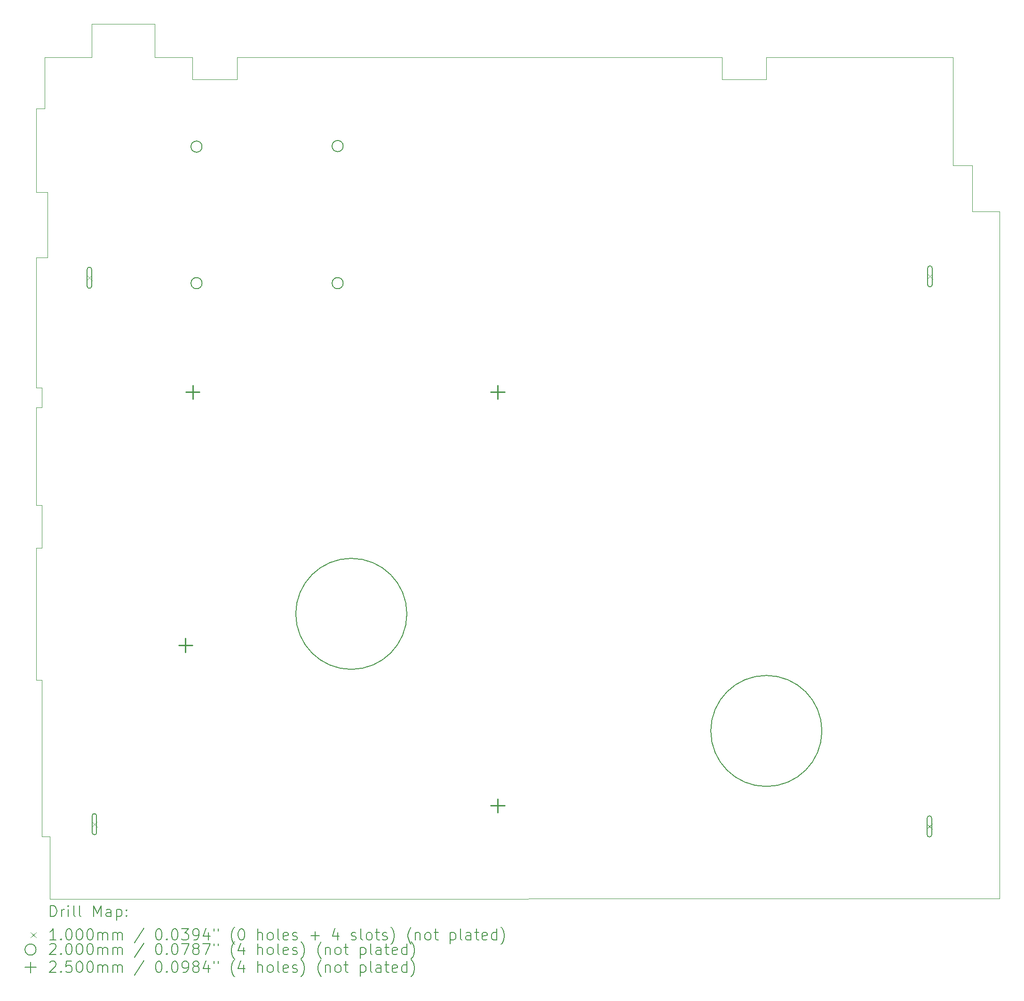
<source format=gbr>
%FSLAX45Y45*%
G04 Gerber Fmt 4.5, Leading zero omitted, Abs format (unit mm)*
G04 Created by KiCad (PCBNEW (6.0.1)) date 2022-04-19 11:59:11*
%MOMM*%
%LPD*%
G01*
G04 APERTURE LIST*
%TA.AperFunction,Profile*%
%ADD10C,0.150000*%
%TD*%
%TA.AperFunction,Profile*%
%ADD11C,0.100000*%
%TD*%
%ADD12C,0.200000*%
%ADD13C,0.100000*%
%ADD14C,0.250000*%
G04 APERTURE END LIST*
D10*
X19120000Y-15730000D02*
G75*
G03*
X19120000Y-15730000I-1000000J0D01*
G01*
X26590000Y-17840000D02*
G75*
G03*
X26590000Y-17840000I-1000000J0D01*
G01*
D11*
X29789000Y-8480000D02*
X29789000Y-20860000D01*
X12550000Y-16920000D02*
X12550000Y-19740000D01*
X12650000Y-8130000D02*
X12650000Y-9310000D01*
X13450000Y-5100000D02*
X14580000Y-5100000D01*
X14580000Y-5700000D02*
X15260000Y-5700000D01*
X12650000Y-9310000D02*
X12450000Y-9310000D01*
X12450000Y-11660000D02*
X12550000Y-11660000D01*
X24790000Y-5700000D02*
X24790000Y-6100000D01*
X25590000Y-6100000D02*
X25590000Y-5700000D01*
X16060000Y-5700000D02*
X24790000Y-5700000D01*
X12450000Y-14540000D02*
X12450000Y-16920000D01*
X15260000Y-5700000D02*
X15260000Y-6100000D01*
X12550000Y-13770000D02*
X12550000Y-14540000D01*
X12550000Y-14540000D02*
X12450000Y-14540000D01*
X29295000Y-7650000D02*
X29295000Y-8480000D01*
X29295000Y-8480000D02*
X29789000Y-8480000D01*
X12450000Y-6630000D02*
X12600000Y-6630000D01*
X12550000Y-19740000D02*
X12690000Y-19740000D01*
X12690000Y-20870000D02*
X29789000Y-20860000D01*
X15260000Y-6100000D02*
X16060000Y-6100000D01*
X12450000Y-13770000D02*
X12550000Y-13770000D01*
X12690000Y-19740000D02*
X12690000Y-20870000D01*
X13450000Y-5700000D02*
X13450000Y-5100000D01*
X12550000Y-12010000D02*
X12450000Y-12010000D01*
X12600000Y-5700000D02*
X13450000Y-5700000D01*
X28950000Y-7650000D02*
X29295000Y-7650000D01*
X12450000Y-12010000D02*
X12450000Y-13770000D01*
X12460000Y-8130000D02*
X12650000Y-8130000D01*
X12450000Y-9310000D02*
X12450000Y-11660000D01*
X12450000Y-6630000D02*
X12450000Y-8130000D01*
X12550000Y-11660000D02*
X12550000Y-12010000D01*
X16060000Y-6100000D02*
X16060000Y-5700000D01*
X12450000Y-16920000D02*
X12550000Y-16920000D01*
X28950000Y-5700000D02*
X28950000Y-7650000D01*
X24790000Y-6100000D02*
X25590000Y-6100000D01*
X12450000Y-8130000D02*
X12460000Y-8130000D01*
X14580000Y-5100000D02*
X14580000Y-5700000D01*
X25590000Y-5700000D02*
X28950000Y-5700000D01*
X12600000Y-6630000D02*
X12600000Y-5700000D01*
D12*
D13*
X13355000Y-9625000D02*
X13455000Y-9725000D01*
X13455000Y-9625000D02*
X13355000Y-9725000D01*
D12*
X13365000Y-9525000D02*
X13365000Y-9825000D01*
X13445000Y-9525000D02*
X13445000Y-9825000D01*
X13365000Y-9825000D02*
G75*
G03*
X13445000Y-9825000I40000J0D01*
G01*
X13445000Y-9525000D02*
G75*
G03*
X13365000Y-9525000I-40000J0D01*
G01*
D13*
X13445000Y-19470000D02*
X13545000Y-19570000D01*
X13545000Y-19470000D02*
X13445000Y-19570000D01*
D12*
X13455000Y-19370000D02*
X13455000Y-19670000D01*
X13535000Y-19370000D02*
X13535000Y-19670000D01*
X13455000Y-19670000D02*
G75*
G03*
X13535000Y-19670000I40000J0D01*
G01*
X13535000Y-19370000D02*
G75*
G03*
X13455000Y-19370000I-40000J0D01*
G01*
D13*
X28475000Y-19510000D02*
X28575000Y-19610000D01*
X28575000Y-19510000D02*
X28475000Y-19610000D01*
D12*
X28485000Y-19410000D02*
X28485000Y-19710000D01*
X28565000Y-19410000D02*
X28565000Y-19710000D01*
X28485000Y-19710000D02*
G75*
G03*
X28565000Y-19710000I40000J0D01*
G01*
X28565000Y-19410000D02*
G75*
G03*
X28485000Y-19410000I-40000J0D01*
G01*
D13*
X28485000Y-9600000D02*
X28585000Y-9700000D01*
X28585000Y-9600000D02*
X28485000Y-9700000D01*
D12*
X28495000Y-9500000D02*
X28495000Y-9800000D01*
X28575000Y-9500000D02*
X28575000Y-9800000D01*
X28495000Y-9800000D02*
G75*
G03*
X28575000Y-9800000I40000J0D01*
G01*
X28575000Y-9500000D02*
G75*
G03*
X28495000Y-9500000I-40000J0D01*
G01*
X15433200Y-7312900D02*
G75*
G03*
X15433200Y-7312900I-100000J0D01*
G01*
X15433200Y-9772900D02*
G75*
G03*
X15433200Y-9772900I-100000J0D01*
G01*
X17973200Y-7302900D02*
G75*
G03*
X17973200Y-7302900I-100000J0D01*
G01*
X17973200Y-9772900D02*
G75*
G03*
X17973200Y-9772900I-100000J0D01*
G01*
D14*
X15135000Y-16170500D02*
X15135000Y-16420500D01*
X15010000Y-16295500D02*
X15260000Y-16295500D01*
X15265000Y-11610500D02*
X15265000Y-11860500D01*
X15140000Y-11735500D02*
X15390000Y-11735500D01*
X20755000Y-11610500D02*
X20755000Y-11860500D01*
X20630000Y-11735500D02*
X20880000Y-11735500D01*
X20755000Y-19060500D02*
X20755000Y-19310500D01*
X20630000Y-19185500D02*
X20880000Y-19185500D01*
D12*
X12702619Y-21185476D02*
X12702619Y-20985476D01*
X12750238Y-20985476D01*
X12778809Y-20995000D01*
X12797857Y-21014048D01*
X12807381Y-21033095D01*
X12816905Y-21071190D01*
X12816905Y-21099762D01*
X12807381Y-21137857D01*
X12797857Y-21156905D01*
X12778809Y-21175952D01*
X12750238Y-21185476D01*
X12702619Y-21185476D01*
X12902619Y-21185476D02*
X12902619Y-21052143D01*
X12902619Y-21090238D02*
X12912143Y-21071190D01*
X12921667Y-21061667D01*
X12940714Y-21052143D01*
X12959762Y-21052143D01*
X13026428Y-21185476D02*
X13026428Y-21052143D01*
X13026428Y-20985476D02*
X13016905Y-20995000D01*
X13026428Y-21004524D01*
X13035952Y-20995000D01*
X13026428Y-20985476D01*
X13026428Y-21004524D01*
X13150238Y-21185476D02*
X13131190Y-21175952D01*
X13121667Y-21156905D01*
X13121667Y-20985476D01*
X13255000Y-21185476D02*
X13235952Y-21175952D01*
X13226428Y-21156905D01*
X13226428Y-20985476D01*
X13483571Y-21185476D02*
X13483571Y-20985476D01*
X13550238Y-21128333D01*
X13616905Y-20985476D01*
X13616905Y-21185476D01*
X13797857Y-21185476D02*
X13797857Y-21080714D01*
X13788333Y-21061667D01*
X13769286Y-21052143D01*
X13731190Y-21052143D01*
X13712143Y-21061667D01*
X13797857Y-21175952D02*
X13778809Y-21185476D01*
X13731190Y-21185476D01*
X13712143Y-21175952D01*
X13702619Y-21156905D01*
X13702619Y-21137857D01*
X13712143Y-21118810D01*
X13731190Y-21109286D01*
X13778809Y-21109286D01*
X13797857Y-21099762D01*
X13893095Y-21052143D02*
X13893095Y-21252143D01*
X13893095Y-21061667D02*
X13912143Y-21052143D01*
X13950238Y-21052143D01*
X13969286Y-21061667D01*
X13978809Y-21071190D01*
X13988333Y-21090238D01*
X13988333Y-21147381D01*
X13978809Y-21166429D01*
X13969286Y-21175952D01*
X13950238Y-21185476D01*
X13912143Y-21185476D01*
X13893095Y-21175952D01*
X14074048Y-21166429D02*
X14083571Y-21175952D01*
X14074048Y-21185476D01*
X14064524Y-21175952D01*
X14074048Y-21166429D01*
X14074048Y-21185476D01*
X14074048Y-21061667D02*
X14083571Y-21071190D01*
X14074048Y-21080714D01*
X14064524Y-21071190D01*
X14074048Y-21061667D01*
X14074048Y-21080714D01*
D13*
X12345000Y-21465000D02*
X12445000Y-21565000D01*
X12445000Y-21465000D02*
X12345000Y-21565000D01*
D12*
X12807381Y-21605476D02*
X12693095Y-21605476D01*
X12750238Y-21605476D02*
X12750238Y-21405476D01*
X12731190Y-21434048D01*
X12712143Y-21453095D01*
X12693095Y-21462619D01*
X12893095Y-21586429D02*
X12902619Y-21595952D01*
X12893095Y-21605476D01*
X12883571Y-21595952D01*
X12893095Y-21586429D01*
X12893095Y-21605476D01*
X13026428Y-21405476D02*
X13045476Y-21405476D01*
X13064524Y-21415000D01*
X13074048Y-21424524D01*
X13083571Y-21443571D01*
X13093095Y-21481667D01*
X13093095Y-21529286D01*
X13083571Y-21567381D01*
X13074048Y-21586429D01*
X13064524Y-21595952D01*
X13045476Y-21605476D01*
X13026428Y-21605476D01*
X13007381Y-21595952D01*
X12997857Y-21586429D01*
X12988333Y-21567381D01*
X12978809Y-21529286D01*
X12978809Y-21481667D01*
X12988333Y-21443571D01*
X12997857Y-21424524D01*
X13007381Y-21415000D01*
X13026428Y-21405476D01*
X13216905Y-21405476D02*
X13235952Y-21405476D01*
X13255000Y-21415000D01*
X13264524Y-21424524D01*
X13274048Y-21443571D01*
X13283571Y-21481667D01*
X13283571Y-21529286D01*
X13274048Y-21567381D01*
X13264524Y-21586429D01*
X13255000Y-21595952D01*
X13235952Y-21605476D01*
X13216905Y-21605476D01*
X13197857Y-21595952D01*
X13188333Y-21586429D01*
X13178809Y-21567381D01*
X13169286Y-21529286D01*
X13169286Y-21481667D01*
X13178809Y-21443571D01*
X13188333Y-21424524D01*
X13197857Y-21415000D01*
X13216905Y-21405476D01*
X13407381Y-21405476D02*
X13426428Y-21405476D01*
X13445476Y-21415000D01*
X13455000Y-21424524D01*
X13464524Y-21443571D01*
X13474048Y-21481667D01*
X13474048Y-21529286D01*
X13464524Y-21567381D01*
X13455000Y-21586429D01*
X13445476Y-21595952D01*
X13426428Y-21605476D01*
X13407381Y-21605476D01*
X13388333Y-21595952D01*
X13378809Y-21586429D01*
X13369286Y-21567381D01*
X13359762Y-21529286D01*
X13359762Y-21481667D01*
X13369286Y-21443571D01*
X13378809Y-21424524D01*
X13388333Y-21415000D01*
X13407381Y-21405476D01*
X13559762Y-21605476D02*
X13559762Y-21472143D01*
X13559762Y-21491190D02*
X13569286Y-21481667D01*
X13588333Y-21472143D01*
X13616905Y-21472143D01*
X13635952Y-21481667D01*
X13645476Y-21500714D01*
X13645476Y-21605476D01*
X13645476Y-21500714D02*
X13655000Y-21481667D01*
X13674048Y-21472143D01*
X13702619Y-21472143D01*
X13721667Y-21481667D01*
X13731190Y-21500714D01*
X13731190Y-21605476D01*
X13826428Y-21605476D02*
X13826428Y-21472143D01*
X13826428Y-21491190D02*
X13835952Y-21481667D01*
X13855000Y-21472143D01*
X13883571Y-21472143D01*
X13902619Y-21481667D01*
X13912143Y-21500714D01*
X13912143Y-21605476D01*
X13912143Y-21500714D02*
X13921667Y-21481667D01*
X13940714Y-21472143D01*
X13969286Y-21472143D01*
X13988333Y-21481667D01*
X13997857Y-21500714D01*
X13997857Y-21605476D01*
X14388333Y-21395952D02*
X14216905Y-21653095D01*
X14645476Y-21405476D02*
X14664524Y-21405476D01*
X14683571Y-21415000D01*
X14693095Y-21424524D01*
X14702619Y-21443571D01*
X14712143Y-21481667D01*
X14712143Y-21529286D01*
X14702619Y-21567381D01*
X14693095Y-21586429D01*
X14683571Y-21595952D01*
X14664524Y-21605476D01*
X14645476Y-21605476D01*
X14626428Y-21595952D01*
X14616905Y-21586429D01*
X14607381Y-21567381D01*
X14597857Y-21529286D01*
X14597857Y-21481667D01*
X14607381Y-21443571D01*
X14616905Y-21424524D01*
X14626428Y-21415000D01*
X14645476Y-21405476D01*
X14797857Y-21586429D02*
X14807381Y-21595952D01*
X14797857Y-21605476D01*
X14788333Y-21595952D01*
X14797857Y-21586429D01*
X14797857Y-21605476D01*
X14931190Y-21405476D02*
X14950238Y-21405476D01*
X14969286Y-21415000D01*
X14978809Y-21424524D01*
X14988333Y-21443571D01*
X14997857Y-21481667D01*
X14997857Y-21529286D01*
X14988333Y-21567381D01*
X14978809Y-21586429D01*
X14969286Y-21595952D01*
X14950238Y-21605476D01*
X14931190Y-21605476D01*
X14912143Y-21595952D01*
X14902619Y-21586429D01*
X14893095Y-21567381D01*
X14883571Y-21529286D01*
X14883571Y-21481667D01*
X14893095Y-21443571D01*
X14902619Y-21424524D01*
X14912143Y-21415000D01*
X14931190Y-21405476D01*
X15064524Y-21405476D02*
X15188333Y-21405476D01*
X15121667Y-21481667D01*
X15150238Y-21481667D01*
X15169286Y-21491190D01*
X15178809Y-21500714D01*
X15188333Y-21519762D01*
X15188333Y-21567381D01*
X15178809Y-21586429D01*
X15169286Y-21595952D01*
X15150238Y-21605476D01*
X15093095Y-21605476D01*
X15074048Y-21595952D01*
X15064524Y-21586429D01*
X15283571Y-21605476D02*
X15321667Y-21605476D01*
X15340714Y-21595952D01*
X15350238Y-21586429D01*
X15369286Y-21557857D01*
X15378809Y-21519762D01*
X15378809Y-21443571D01*
X15369286Y-21424524D01*
X15359762Y-21415000D01*
X15340714Y-21405476D01*
X15302619Y-21405476D01*
X15283571Y-21415000D01*
X15274048Y-21424524D01*
X15264524Y-21443571D01*
X15264524Y-21491190D01*
X15274048Y-21510238D01*
X15283571Y-21519762D01*
X15302619Y-21529286D01*
X15340714Y-21529286D01*
X15359762Y-21519762D01*
X15369286Y-21510238D01*
X15378809Y-21491190D01*
X15550238Y-21472143D02*
X15550238Y-21605476D01*
X15502619Y-21395952D02*
X15455000Y-21538810D01*
X15578809Y-21538810D01*
X15645476Y-21405476D02*
X15645476Y-21443571D01*
X15721667Y-21405476D02*
X15721667Y-21443571D01*
X16016905Y-21681667D02*
X16007381Y-21672143D01*
X15988333Y-21643571D01*
X15978809Y-21624524D01*
X15969286Y-21595952D01*
X15959762Y-21548333D01*
X15959762Y-21510238D01*
X15969286Y-21462619D01*
X15978809Y-21434048D01*
X15988333Y-21415000D01*
X16007381Y-21386429D01*
X16016905Y-21376905D01*
X16131190Y-21405476D02*
X16150238Y-21405476D01*
X16169286Y-21415000D01*
X16178809Y-21424524D01*
X16188333Y-21443571D01*
X16197857Y-21481667D01*
X16197857Y-21529286D01*
X16188333Y-21567381D01*
X16178809Y-21586429D01*
X16169286Y-21595952D01*
X16150238Y-21605476D01*
X16131190Y-21605476D01*
X16112143Y-21595952D01*
X16102619Y-21586429D01*
X16093095Y-21567381D01*
X16083571Y-21529286D01*
X16083571Y-21481667D01*
X16093095Y-21443571D01*
X16102619Y-21424524D01*
X16112143Y-21415000D01*
X16131190Y-21405476D01*
X16435952Y-21605476D02*
X16435952Y-21405476D01*
X16521667Y-21605476D02*
X16521667Y-21500714D01*
X16512143Y-21481667D01*
X16493095Y-21472143D01*
X16464524Y-21472143D01*
X16445476Y-21481667D01*
X16435952Y-21491190D01*
X16645476Y-21605476D02*
X16626428Y-21595952D01*
X16616905Y-21586429D01*
X16607381Y-21567381D01*
X16607381Y-21510238D01*
X16616905Y-21491190D01*
X16626428Y-21481667D01*
X16645476Y-21472143D01*
X16674048Y-21472143D01*
X16693095Y-21481667D01*
X16702619Y-21491190D01*
X16712143Y-21510238D01*
X16712143Y-21567381D01*
X16702619Y-21586429D01*
X16693095Y-21595952D01*
X16674048Y-21605476D01*
X16645476Y-21605476D01*
X16826429Y-21605476D02*
X16807381Y-21595952D01*
X16797857Y-21576905D01*
X16797857Y-21405476D01*
X16978810Y-21595952D02*
X16959762Y-21605476D01*
X16921667Y-21605476D01*
X16902619Y-21595952D01*
X16893095Y-21576905D01*
X16893095Y-21500714D01*
X16902619Y-21481667D01*
X16921667Y-21472143D01*
X16959762Y-21472143D01*
X16978810Y-21481667D01*
X16988333Y-21500714D01*
X16988333Y-21519762D01*
X16893095Y-21538810D01*
X17064524Y-21595952D02*
X17083571Y-21605476D01*
X17121667Y-21605476D01*
X17140714Y-21595952D01*
X17150238Y-21576905D01*
X17150238Y-21567381D01*
X17140714Y-21548333D01*
X17121667Y-21538810D01*
X17093095Y-21538810D01*
X17074048Y-21529286D01*
X17064524Y-21510238D01*
X17064524Y-21500714D01*
X17074048Y-21481667D01*
X17093095Y-21472143D01*
X17121667Y-21472143D01*
X17140714Y-21481667D01*
X17388333Y-21529286D02*
X17540714Y-21529286D01*
X17464524Y-21605476D02*
X17464524Y-21453095D01*
X17874048Y-21472143D02*
X17874048Y-21605476D01*
X17826429Y-21395952D02*
X17778810Y-21538810D01*
X17902619Y-21538810D01*
X18121667Y-21595952D02*
X18140714Y-21605476D01*
X18178810Y-21605476D01*
X18197857Y-21595952D01*
X18207381Y-21576905D01*
X18207381Y-21567381D01*
X18197857Y-21548333D01*
X18178810Y-21538810D01*
X18150238Y-21538810D01*
X18131190Y-21529286D01*
X18121667Y-21510238D01*
X18121667Y-21500714D01*
X18131190Y-21481667D01*
X18150238Y-21472143D01*
X18178810Y-21472143D01*
X18197857Y-21481667D01*
X18321667Y-21605476D02*
X18302619Y-21595952D01*
X18293095Y-21576905D01*
X18293095Y-21405476D01*
X18426429Y-21605476D02*
X18407381Y-21595952D01*
X18397857Y-21586429D01*
X18388333Y-21567381D01*
X18388333Y-21510238D01*
X18397857Y-21491190D01*
X18407381Y-21481667D01*
X18426429Y-21472143D01*
X18455000Y-21472143D01*
X18474048Y-21481667D01*
X18483571Y-21491190D01*
X18493095Y-21510238D01*
X18493095Y-21567381D01*
X18483571Y-21586429D01*
X18474048Y-21595952D01*
X18455000Y-21605476D01*
X18426429Y-21605476D01*
X18550238Y-21472143D02*
X18626429Y-21472143D01*
X18578810Y-21405476D02*
X18578810Y-21576905D01*
X18588333Y-21595952D01*
X18607381Y-21605476D01*
X18626429Y-21605476D01*
X18683571Y-21595952D02*
X18702619Y-21605476D01*
X18740714Y-21605476D01*
X18759762Y-21595952D01*
X18769286Y-21576905D01*
X18769286Y-21567381D01*
X18759762Y-21548333D01*
X18740714Y-21538810D01*
X18712143Y-21538810D01*
X18693095Y-21529286D01*
X18683571Y-21510238D01*
X18683571Y-21500714D01*
X18693095Y-21481667D01*
X18712143Y-21472143D01*
X18740714Y-21472143D01*
X18759762Y-21481667D01*
X18835952Y-21681667D02*
X18845476Y-21672143D01*
X18864524Y-21643571D01*
X18874048Y-21624524D01*
X18883571Y-21595952D01*
X18893095Y-21548333D01*
X18893095Y-21510238D01*
X18883571Y-21462619D01*
X18874048Y-21434048D01*
X18864524Y-21415000D01*
X18845476Y-21386429D01*
X18835952Y-21376905D01*
X19197857Y-21681667D02*
X19188333Y-21672143D01*
X19169286Y-21643571D01*
X19159762Y-21624524D01*
X19150238Y-21595952D01*
X19140714Y-21548333D01*
X19140714Y-21510238D01*
X19150238Y-21462619D01*
X19159762Y-21434048D01*
X19169286Y-21415000D01*
X19188333Y-21386429D01*
X19197857Y-21376905D01*
X19274048Y-21472143D02*
X19274048Y-21605476D01*
X19274048Y-21491190D02*
X19283571Y-21481667D01*
X19302619Y-21472143D01*
X19331190Y-21472143D01*
X19350238Y-21481667D01*
X19359762Y-21500714D01*
X19359762Y-21605476D01*
X19483571Y-21605476D02*
X19464524Y-21595952D01*
X19455000Y-21586429D01*
X19445476Y-21567381D01*
X19445476Y-21510238D01*
X19455000Y-21491190D01*
X19464524Y-21481667D01*
X19483571Y-21472143D01*
X19512143Y-21472143D01*
X19531190Y-21481667D01*
X19540714Y-21491190D01*
X19550238Y-21510238D01*
X19550238Y-21567381D01*
X19540714Y-21586429D01*
X19531190Y-21595952D01*
X19512143Y-21605476D01*
X19483571Y-21605476D01*
X19607381Y-21472143D02*
X19683571Y-21472143D01*
X19635952Y-21405476D02*
X19635952Y-21576905D01*
X19645476Y-21595952D01*
X19664524Y-21605476D01*
X19683571Y-21605476D01*
X19902619Y-21472143D02*
X19902619Y-21672143D01*
X19902619Y-21481667D02*
X19921667Y-21472143D01*
X19959762Y-21472143D01*
X19978810Y-21481667D01*
X19988333Y-21491190D01*
X19997857Y-21510238D01*
X19997857Y-21567381D01*
X19988333Y-21586429D01*
X19978810Y-21595952D01*
X19959762Y-21605476D01*
X19921667Y-21605476D01*
X19902619Y-21595952D01*
X20112143Y-21605476D02*
X20093095Y-21595952D01*
X20083571Y-21576905D01*
X20083571Y-21405476D01*
X20274048Y-21605476D02*
X20274048Y-21500714D01*
X20264524Y-21481667D01*
X20245476Y-21472143D01*
X20207381Y-21472143D01*
X20188333Y-21481667D01*
X20274048Y-21595952D02*
X20255000Y-21605476D01*
X20207381Y-21605476D01*
X20188333Y-21595952D01*
X20178810Y-21576905D01*
X20178810Y-21557857D01*
X20188333Y-21538810D01*
X20207381Y-21529286D01*
X20255000Y-21529286D01*
X20274048Y-21519762D01*
X20340714Y-21472143D02*
X20416905Y-21472143D01*
X20369286Y-21405476D02*
X20369286Y-21576905D01*
X20378810Y-21595952D01*
X20397857Y-21605476D01*
X20416905Y-21605476D01*
X20559762Y-21595952D02*
X20540714Y-21605476D01*
X20502619Y-21605476D01*
X20483571Y-21595952D01*
X20474048Y-21576905D01*
X20474048Y-21500714D01*
X20483571Y-21481667D01*
X20502619Y-21472143D01*
X20540714Y-21472143D01*
X20559762Y-21481667D01*
X20569286Y-21500714D01*
X20569286Y-21519762D01*
X20474048Y-21538810D01*
X20740714Y-21605476D02*
X20740714Y-21405476D01*
X20740714Y-21595952D02*
X20721667Y-21605476D01*
X20683571Y-21605476D01*
X20664524Y-21595952D01*
X20655000Y-21586429D01*
X20645476Y-21567381D01*
X20645476Y-21510238D01*
X20655000Y-21491190D01*
X20664524Y-21481667D01*
X20683571Y-21472143D01*
X20721667Y-21472143D01*
X20740714Y-21481667D01*
X20816905Y-21681667D02*
X20826429Y-21672143D01*
X20845476Y-21643571D01*
X20855000Y-21624524D01*
X20864524Y-21595952D01*
X20874048Y-21548333D01*
X20874048Y-21510238D01*
X20864524Y-21462619D01*
X20855000Y-21434048D01*
X20845476Y-21415000D01*
X20826429Y-21386429D01*
X20816905Y-21376905D01*
X12445000Y-21779000D02*
G75*
G03*
X12445000Y-21779000I-100000J0D01*
G01*
X12693095Y-21688524D02*
X12702619Y-21679000D01*
X12721667Y-21669476D01*
X12769286Y-21669476D01*
X12788333Y-21679000D01*
X12797857Y-21688524D01*
X12807381Y-21707571D01*
X12807381Y-21726619D01*
X12797857Y-21755190D01*
X12683571Y-21869476D01*
X12807381Y-21869476D01*
X12893095Y-21850429D02*
X12902619Y-21859952D01*
X12893095Y-21869476D01*
X12883571Y-21859952D01*
X12893095Y-21850429D01*
X12893095Y-21869476D01*
X13026428Y-21669476D02*
X13045476Y-21669476D01*
X13064524Y-21679000D01*
X13074048Y-21688524D01*
X13083571Y-21707571D01*
X13093095Y-21745667D01*
X13093095Y-21793286D01*
X13083571Y-21831381D01*
X13074048Y-21850429D01*
X13064524Y-21859952D01*
X13045476Y-21869476D01*
X13026428Y-21869476D01*
X13007381Y-21859952D01*
X12997857Y-21850429D01*
X12988333Y-21831381D01*
X12978809Y-21793286D01*
X12978809Y-21745667D01*
X12988333Y-21707571D01*
X12997857Y-21688524D01*
X13007381Y-21679000D01*
X13026428Y-21669476D01*
X13216905Y-21669476D02*
X13235952Y-21669476D01*
X13255000Y-21679000D01*
X13264524Y-21688524D01*
X13274048Y-21707571D01*
X13283571Y-21745667D01*
X13283571Y-21793286D01*
X13274048Y-21831381D01*
X13264524Y-21850429D01*
X13255000Y-21859952D01*
X13235952Y-21869476D01*
X13216905Y-21869476D01*
X13197857Y-21859952D01*
X13188333Y-21850429D01*
X13178809Y-21831381D01*
X13169286Y-21793286D01*
X13169286Y-21745667D01*
X13178809Y-21707571D01*
X13188333Y-21688524D01*
X13197857Y-21679000D01*
X13216905Y-21669476D01*
X13407381Y-21669476D02*
X13426428Y-21669476D01*
X13445476Y-21679000D01*
X13455000Y-21688524D01*
X13464524Y-21707571D01*
X13474048Y-21745667D01*
X13474048Y-21793286D01*
X13464524Y-21831381D01*
X13455000Y-21850429D01*
X13445476Y-21859952D01*
X13426428Y-21869476D01*
X13407381Y-21869476D01*
X13388333Y-21859952D01*
X13378809Y-21850429D01*
X13369286Y-21831381D01*
X13359762Y-21793286D01*
X13359762Y-21745667D01*
X13369286Y-21707571D01*
X13378809Y-21688524D01*
X13388333Y-21679000D01*
X13407381Y-21669476D01*
X13559762Y-21869476D02*
X13559762Y-21736143D01*
X13559762Y-21755190D02*
X13569286Y-21745667D01*
X13588333Y-21736143D01*
X13616905Y-21736143D01*
X13635952Y-21745667D01*
X13645476Y-21764714D01*
X13645476Y-21869476D01*
X13645476Y-21764714D02*
X13655000Y-21745667D01*
X13674048Y-21736143D01*
X13702619Y-21736143D01*
X13721667Y-21745667D01*
X13731190Y-21764714D01*
X13731190Y-21869476D01*
X13826428Y-21869476D02*
X13826428Y-21736143D01*
X13826428Y-21755190D02*
X13835952Y-21745667D01*
X13855000Y-21736143D01*
X13883571Y-21736143D01*
X13902619Y-21745667D01*
X13912143Y-21764714D01*
X13912143Y-21869476D01*
X13912143Y-21764714D02*
X13921667Y-21745667D01*
X13940714Y-21736143D01*
X13969286Y-21736143D01*
X13988333Y-21745667D01*
X13997857Y-21764714D01*
X13997857Y-21869476D01*
X14388333Y-21659952D02*
X14216905Y-21917095D01*
X14645476Y-21669476D02*
X14664524Y-21669476D01*
X14683571Y-21679000D01*
X14693095Y-21688524D01*
X14702619Y-21707571D01*
X14712143Y-21745667D01*
X14712143Y-21793286D01*
X14702619Y-21831381D01*
X14693095Y-21850429D01*
X14683571Y-21859952D01*
X14664524Y-21869476D01*
X14645476Y-21869476D01*
X14626428Y-21859952D01*
X14616905Y-21850429D01*
X14607381Y-21831381D01*
X14597857Y-21793286D01*
X14597857Y-21745667D01*
X14607381Y-21707571D01*
X14616905Y-21688524D01*
X14626428Y-21679000D01*
X14645476Y-21669476D01*
X14797857Y-21850429D02*
X14807381Y-21859952D01*
X14797857Y-21869476D01*
X14788333Y-21859952D01*
X14797857Y-21850429D01*
X14797857Y-21869476D01*
X14931190Y-21669476D02*
X14950238Y-21669476D01*
X14969286Y-21679000D01*
X14978809Y-21688524D01*
X14988333Y-21707571D01*
X14997857Y-21745667D01*
X14997857Y-21793286D01*
X14988333Y-21831381D01*
X14978809Y-21850429D01*
X14969286Y-21859952D01*
X14950238Y-21869476D01*
X14931190Y-21869476D01*
X14912143Y-21859952D01*
X14902619Y-21850429D01*
X14893095Y-21831381D01*
X14883571Y-21793286D01*
X14883571Y-21745667D01*
X14893095Y-21707571D01*
X14902619Y-21688524D01*
X14912143Y-21679000D01*
X14931190Y-21669476D01*
X15064524Y-21669476D02*
X15197857Y-21669476D01*
X15112143Y-21869476D01*
X15302619Y-21755190D02*
X15283571Y-21745667D01*
X15274048Y-21736143D01*
X15264524Y-21717095D01*
X15264524Y-21707571D01*
X15274048Y-21688524D01*
X15283571Y-21679000D01*
X15302619Y-21669476D01*
X15340714Y-21669476D01*
X15359762Y-21679000D01*
X15369286Y-21688524D01*
X15378809Y-21707571D01*
X15378809Y-21717095D01*
X15369286Y-21736143D01*
X15359762Y-21745667D01*
X15340714Y-21755190D01*
X15302619Y-21755190D01*
X15283571Y-21764714D01*
X15274048Y-21774238D01*
X15264524Y-21793286D01*
X15264524Y-21831381D01*
X15274048Y-21850429D01*
X15283571Y-21859952D01*
X15302619Y-21869476D01*
X15340714Y-21869476D01*
X15359762Y-21859952D01*
X15369286Y-21850429D01*
X15378809Y-21831381D01*
X15378809Y-21793286D01*
X15369286Y-21774238D01*
X15359762Y-21764714D01*
X15340714Y-21755190D01*
X15445476Y-21669476D02*
X15578809Y-21669476D01*
X15493095Y-21869476D01*
X15645476Y-21669476D02*
X15645476Y-21707571D01*
X15721667Y-21669476D02*
X15721667Y-21707571D01*
X16016905Y-21945667D02*
X16007381Y-21936143D01*
X15988333Y-21907571D01*
X15978809Y-21888524D01*
X15969286Y-21859952D01*
X15959762Y-21812333D01*
X15959762Y-21774238D01*
X15969286Y-21726619D01*
X15978809Y-21698048D01*
X15988333Y-21679000D01*
X16007381Y-21650429D01*
X16016905Y-21640905D01*
X16178809Y-21736143D02*
X16178809Y-21869476D01*
X16131190Y-21659952D02*
X16083571Y-21802810D01*
X16207381Y-21802810D01*
X16435952Y-21869476D02*
X16435952Y-21669476D01*
X16521667Y-21869476D02*
X16521667Y-21764714D01*
X16512143Y-21745667D01*
X16493095Y-21736143D01*
X16464524Y-21736143D01*
X16445476Y-21745667D01*
X16435952Y-21755190D01*
X16645476Y-21869476D02*
X16626428Y-21859952D01*
X16616905Y-21850429D01*
X16607381Y-21831381D01*
X16607381Y-21774238D01*
X16616905Y-21755190D01*
X16626428Y-21745667D01*
X16645476Y-21736143D01*
X16674048Y-21736143D01*
X16693095Y-21745667D01*
X16702619Y-21755190D01*
X16712143Y-21774238D01*
X16712143Y-21831381D01*
X16702619Y-21850429D01*
X16693095Y-21859952D01*
X16674048Y-21869476D01*
X16645476Y-21869476D01*
X16826429Y-21869476D02*
X16807381Y-21859952D01*
X16797857Y-21840905D01*
X16797857Y-21669476D01*
X16978810Y-21859952D02*
X16959762Y-21869476D01*
X16921667Y-21869476D01*
X16902619Y-21859952D01*
X16893095Y-21840905D01*
X16893095Y-21764714D01*
X16902619Y-21745667D01*
X16921667Y-21736143D01*
X16959762Y-21736143D01*
X16978810Y-21745667D01*
X16988333Y-21764714D01*
X16988333Y-21783762D01*
X16893095Y-21802810D01*
X17064524Y-21859952D02*
X17083571Y-21869476D01*
X17121667Y-21869476D01*
X17140714Y-21859952D01*
X17150238Y-21840905D01*
X17150238Y-21831381D01*
X17140714Y-21812333D01*
X17121667Y-21802810D01*
X17093095Y-21802810D01*
X17074048Y-21793286D01*
X17064524Y-21774238D01*
X17064524Y-21764714D01*
X17074048Y-21745667D01*
X17093095Y-21736143D01*
X17121667Y-21736143D01*
X17140714Y-21745667D01*
X17216905Y-21945667D02*
X17226429Y-21936143D01*
X17245476Y-21907571D01*
X17255000Y-21888524D01*
X17264524Y-21859952D01*
X17274048Y-21812333D01*
X17274048Y-21774238D01*
X17264524Y-21726619D01*
X17255000Y-21698048D01*
X17245476Y-21679000D01*
X17226429Y-21650429D01*
X17216905Y-21640905D01*
X17578810Y-21945667D02*
X17569286Y-21936143D01*
X17550238Y-21907571D01*
X17540714Y-21888524D01*
X17531190Y-21859952D01*
X17521667Y-21812333D01*
X17521667Y-21774238D01*
X17531190Y-21726619D01*
X17540714Y-21698048D01*
X17550238Y-21679000D01*
X17569286Y-21650429D01*
X17578810Y-21640905D01*
X17655000Y-21736143D02*
X17655000Y-21869476D01*
X17655000Y-21755190D02*
X17664524Y-21745667D01*
X17683571Y-21736143D01*
X17712143Y-21736143D01*
X17731190Y-21745667D01*
X17740714Y-21764714D01*
X17740714Y-21869476D01*
X17864524Y-21869476D02*
X17845476Y-21859952D01*
X17835952Y-21850429D01*
X17826429Y-21831381D01*
X17826429Y-21774238D01*
X17835952Y-21755190D01*
X17845476Y-21745667D01*
X17864524Y-21736143D01*
X17893095Y-21736143D01*
X17912143Y-21745667D01*
X17921667Y-21755190D01*
X17931190Y-21774238D01*
X17931190Y-21831381D01*
X17921667Y-21850429D01*
X17912143Y-21859952D01*
X17893095Y-21869476D01*
X17864524Y-21869476D01*
X17988333Y-21736143D02*
X18064524Y-21736143D01*
X18016905Y-21669476D02*
X18016905Y-21840905D01*
X18026429Y-21859952D01*
X18045476Y-21869476D01*
X18064524Y-21869476D01*
X18283571Y-21736143D02*
X18283571Y-21936143D01*
X18283571Y-21745667D02*
X18302619Y-21736143D01*
X18340714Y-21736143D01*
X18359762Y-21745667D01*
X18369286Y-21755190D01*
X18378810Y-21774238D01*
X18378810Y-21831381D01*
X18369286Y-21850429D01*
X18359762Y-21859952D01*
X18340714Y-21869476D01*
X18302619Y-21869476D01*
X18283571Y-21859952D01*
X18493095Y-21869476D02*
X18474048Y-21859952D01*
X18464524Y-21840905D01*
X18464524Y-21669476D01*
X18655000Y-21869476D02*
X18655000Y-21764714D01*
X18645476Y-21745667D01*
X18626429Y-21736143D01*
X18588333Y-21736143D01*
X18569286Y-21745667D01*
X18655000Y-21859952D02*
X18635952Y-21869476D01*
X18588333Y-21869476D01*
X18569286Y-21859952D01*
X18559762Y-21840905D01*
X18559762Y-21821857D01*
X18569286Y-21802810D01*
X18588333Y-21793286D01*
X18635952Y-21793286D01*
X18655000Y-21783762D01*
X18721667Y-21736143D02*
X18797857Y-21736143D01*
X18750238Y-21669476D02*
X18750238Y-21840905D01*
X18759762Y-21859952D01*
X18778810Y-21869476D01*
X18797857Y-21869476D01*
X18940714Y-21859952D02*
X18921667Y-21869476D01*
X18883571Y-21869476D01*
X18864524Y-21859952D01*
X18855000Y-21840905D01*
X18855000Y-21764714D01*
X18864524Y-21745667D01*
X18883571Y-21736143D01*
X18921667Y-21736143D01*
X18940714Y-21745667D01*
X18950238Y-21764714D01*
X18950238Y-21783762D01*
X18855000Y-21802810D01*
X19121667Y-21869476D02*
X19121667Y-21669476D01*
X19121667Y-21859952D02*
X19102619Y-21869476D01*
X19064524Y-21869476D01*
X19045476Y-21859952D01*
X19035952Y-21850429D01*
X19026429Y-21831381D01*
X19026429Y-21774238D01*
X19035952Y-21755190D01*
X19045476Y-21745667D01*
X19064524Y-21736143D01*
X19102619Y-21736143D01*
X19121667Y-21745667D01*
X19197857Y-21945667D02*
X19207381Y-21936143D01*
X19226429Y-21907571D01*
X19235952Y-21888524D01*
X19245476Y-21859952D01*
X19255000Y-21812333D01*
X19255000Y-21774238D01*
X19245476Y-21726619D01*
X19235952Y-21698048D01*
X19226429Y-21679000D01*
X19207381Y-21650429D01*
X19197857Y-21640905D01*
X12345000Y-21999000D02*
X12345000Y-22199000D01*
X12245000Y-22099000D02*
X12445000Y-22099000D01*
X12693095Y-22008524D02*
X12702619Y-21999000D01*
X12721667Y-21989476D01*
X12769286Y-21989476D01*
X12788333Y-21999000D01*
X12797857Y-22008524D01*
X12807381Y-22027571D01*
X12807381Y-22046619D01*
X12797857Y-22075190D01*
X12683571Y-22189476D01*
X12807381Y-22189476D01*
X12893095Y-22170429D02*
X12902619Y-22179952D01*
X12893095Y-22189476D01*
X12883571Y-22179952D01*
X12893095Y-22170429D01*
X12893095Y-22189476D01*
X13083571Y-21989476D02*
X12988333Y-21989476D01*
X12978809Y-22084714D01*
X12988333Y-22075190D01*
X13007381Y-22065667D01*
X13055000Y-22065667D01*
X13074048Y-22075190D01*
X13083571Y-22084714D01*
X13093095Y-22103762D01*
X13093095Y-22151381D01*
X13083571Y-22170429D01*
X13074048Y-22179952D01*
X13055000Y-22189476D01*
X13007381Y-22189476D01*
X12988333Y-22179952D01*
X12978809Y-22170429D01*
X13216905Y-21989476D02*
X13235952Y-21989476D01*
X13255000Y-21999000D01*
X13264524Y-22008524D01*
X13274048Y-22027571D01*
X13283571Y-22065667D01*
X13283571Y-22113286D01*
X13274048Y-22151381D01*
X13264524Y-22170429D01*
X13255000Y-22179952D01*
X13235952Y-22189476D01*
X13216905Y-22189476D01*
X13197857Y-22179952D01*
X13188333Y-22170429D01*
X13178809Y-22151381D01*
X13169286Y-22113286D01*
X13169286Y-22065667D01*
X13178809Y-22027571D01*
X13188333Y-22008524D01*
X13197857Y-21999000D01*
X13216905Y-21989476D01*
X13407381Y-21989476D02*
X13426428Y-21989476D01*
X13445476Y-21999000D01*
X13455000Y-22008524D01*
X13464524Y-22027571D01*
X13474048Y-22065667D01*
X13474048Y-22113286D01*
X13464524Y-22151381D01*
X13455000Y-22170429D01*
X13445476Y-22179952D01*
X13426428Y-22189476D01*
X13407381Y-22189476D01*
X13388333Y-22179952D01*
X13378809Y-22170429D01*
X13369286Y-22151381D01*
X13359762Y-22113286D01*
X13359762Y-22065667D01*
X13369286Y-22027571D01*
X13378809Y-22008524D01*
X13388333Y-21999000D01*
X13407381Y-21989476D01*
X13559762Y-22189476D02*
X13559762Y-22056143D01*
X13559762Y-22075190D02*
X13569286Y-22065667D01*
X13588333Y-22056143D01*
X13616905Y-22056143D01*
X13635952Y-22065667D01*
X13645476Y-22084714D01*
X13645476Y-22189476D01*
X13645476Y-22084714D02*
X13655000Y-22065667D01*
X13674048Y-22056143D01*
X13702619Y-22056143D01*
X13721667Y-22065667D01*
X13731190Y-22084714D01*
X13731190Y-22189476D01*
X13826428Y-22189476D02*
X13826428Y-22056143D01*
X13826428Y-22075190D02*
X13835952Y-22065667D01*
X13855000Y-22056143D01*
X13883571Y-22056143D01*
X13902619Y-22065667D01*
X13912143Y-22084714D01*
X13912143Y-22189476D01*
X13912143Y-22084714D02*
X13921667Y-22065667D01*
X13940714Y-22056143D01*
X13969286Y-22056143D01*
X13988333Y-22065667D01*
X13997857Y-22084714D01*
X13997857Y-22189476D01*
X14388333Y-21979952D02*
X14216905Y-22237095D01*
X14645476Y-21989476D02*
X14664524Y-21989476D01*
X14683571Y-21999000D01*
X14693095Y-22008524D01*
X14702619Y-22027571D01*
X14712143Y-22065667D01*
X14712143Y-22113286D01*
X14702619Y-22151381D01*
X14693095Y-22170429D01*
X14683571Y-22179952D01*
X14664524Y-22189476D01*
X14645476Y-22189476D01*
X14626428Y-22179952D01*
X14616905Y-22170429D01*
X14607381Y-22151381D01*
X14597857Y-22113286D01*
X14597857Y-22065667D01*
X14607381Y-22027571D01*
X14616905Y-22008524D01*
X14626428Y-21999000D01*
X14645476Y-21989476D01*
X14797857Y-22170429D02*
X14807381Y-22179952D01*
X14797857Y-22189476D01*
X14788333Y-22179952D01*
X14797857Y-22170429D01*
X14797857Y-22189476D01*
X14931190Y-21989476D02*
X14950238Y-21989476D01*
X14969286Y-21999000D01*
X14978809Y-22008524D01*
X14988333Y-22027571D01*
X14997857Y-22065667D01*
X14997857Y-22113286D01*
X14988333Y-22151381D01*
X14978809Y-22170429D01*
X14969286Y-22179952D01*
X14950238Y-22189476D01*
X14931190Y-22189476D01*
X14912143Y-22179952D01*
X14902619Y-22170429D01*
X14893095Y-22151381D01*
X14883571Y-22113286D01*
X14883571Y-22065667D01*
X14893095Y-22027571D01*
X14902619Y-22008524D01*
X14912143Y-21999000D01*
X14931190Y-21989476D01*
X15093095Y-22189476D02*
X15131190Y-22189476D01*
X15150238Y-22179952D01*
X15159762Y-22170429D01*
X15178809Y-22141857D01*
X15188333Y-22103762D01*
X15188333Y-22027571D01*
X15178809Y-22008524D01*
X15169286Y-21999000D01*
X15150238Y-21989476D01*
X15112143Y-21989476D01*
X15093095Y-21999000D01*
X15083571Y-22008524D01*
X15074048Y-22027571D01*
X15074048Y-22075190D01*
X15083571Y-22094238D01*
X15093095Y-22103762D01*
X15112143Y-22113286D01*
X15150238Y-22113286D01*
X15169286Y-22103762D01*
X15178809Y-22094238D01*
X15188333Y-22075190D01*
X15302619Y-22075190D02*
X15283571Y-22065667D01*
X15274048Y-22056143D01*
X15264524Y-22037095D01*
X15264524Y-22027571D01*
X15274048Y-22008524D01*
X15283571Y-21999000D01*
X15302619Y-21989476D01*
X15340714Y-21989476D01*
X15359762Y-21999000D01*
X15369286Y-22008524D01*
X15378809Y-22027571D01*
X15378809Y-22037095D01*
X15369286Y-22056143D01*
X15359762Y-22065667D01*
X15340714Y-22075190D01*
X15302619Y-22075190D01*
X15283571Y-22084714D01*
X15274048Y-22094238D01*
X15264524Y-22113286D01*
X15264524Y-22151381D01*
X15274048Y-22170429D01*
X15283571Y-22179952D01*
X15302619Y-22189476D01*
X15340714Y-22189476D01*
X15359762Y-22179952D01*
X15369286Y-22170429D01*
X15378809Y-22151381D01*
X15378809Y-22113286D01*
X15369286Y-22094238D01*
X15359762Y-22084714D01*
X15340714Y-22075190D01*
X15550238Y-22056143D02*
X15550238Y-22189476D01*
X15502619Y-21979952D02*
X15455000Y-22122810D01*
X15578809Y-22122810D01*
X15645476Y-21989476D02*
X15645476Y-22027571D01*
X15721667Y-21989476D02*
X15721667Y-22027571D01*
X16016905Y-22265667D02*
X16007381Y-22256143D01*
X15988333Y-22227571D01*
X15978809Y-22208524D01*
X15969286Y-22179952D01*
X15959762Y-22132333D01*
X15959762Y-22094238D01*
X15969286Y-22046619D01*
X15978809Y-22018048D01*
X15988333Y-21999000D01*
X16007381Y-21970429D01*
X16016905Y-21960905D01*
X16178809Y-22056143D02*
X16178809Y-22189476D01*
X16131190Y-21979952D02*
X16083571Y-22122810D01*
X16207381Y-22122810D01*
X16435952Y-22189476D02*
X16435952Y-21989476D01*
X16521667Y-22189476D02*
X16521667Y-22084714D01*
X16512143Y-22065667D01*
X16493095Y-22056143D01*
X16464524Y-22056143D01*
X16445476Y-22065667D01*
X16435952Y-22075190D01*
X16645476Y-22189476D02*
X16626428Y-22179952D01*
X16616905Y-22170429D01*
X16607381Y-22151381D01*
X16607381Y-22094238D01*
X16616905Y-22075190D01*
X16626428Y-22065667D01*
X16645476Y-22056143D01*
X16674048Y-22056143D01*
X16693095Y-22065667D01*
X16702619Y-22075190D01*
X16712143Y-22094238D01*
X16712143Y-22151381D01*
X16702619Y-22170429D01*
X16693095Y-22179952D01*
X16674048Y-22189476D01*
X16645476Y-22189476D01*
X16826429Y-22189476D02*
X16807381Y-22179952D01*
X16797857Y-22160905D01*
X16797857Y-21989476D01*
X16978810Y-22179952D02*
X16959762Y-22189476D01*
X16921667Y-22189476D01*
X16902619Y-22179952D01*
X16893095Y-22160905D01*
X16893095Y-22084714D01*
X16902619Y-22065667D01*
X16921667Y-22056143D01*
X16959762Y-22056143D01*
X16978810Y-22065667D01*
X16988333Y-22084714D01*
X16988333Y-22103762D01*
X16893095Y-22122810D01*
X17064524Y-22179952D02*
X17083571Y-22189476D01*
X17121667Y-22189476D01*
X17140714Y-22179952D01*
X17150238Y-22160905D01*
X17150238Y-22151381D01*
X17140714Y-22132333D01*
X17121667Y-22122810D01*
X17093095Y-22122810D01*
X17074048Y-22113286D01*
X17064524Y-22094238D01*
X17064524Y-22084714D01*
X17074048Y-22065667D01*
X17093095Y-22056143D01*
X17121667Y-22056143D01*
X17140714Y-22065667D01*
X17216905Y-22265667D02*
X17226429Y-22256143D01*
X17245476Y-22227571D01*
X17255000Y-22208524D01*
X17264524Y-22179952D01*
X17274048Y-22132333D01*
X17274048Y-22094238D01*
X17264524Y-22046619D01*
X17255000Y-22018048D01*
X17245476Y-21999000D01*
X17226429Y-21970429D01*
X17216905Y-21960905D01*
X17578810Y-22265667D02*
X17569286Y-22256143D01*
X17550238Y-22227571D01*
X17540714Y-22208524D01*
X17531190Y-22179952D01*
X17521667Y-22132333D01*
X17521667Y-22094238D01*
X17531190Y-22046619D01*
X17540714Y-22018048D01*
X17550238Y-21999000D01*
X17569286Y-21970429D01*
X17578810Y-21960905D01*
X17655000Y-22056143D02*
X17655000Y-22189476D01*
X17655000Y-22075190D02*
X17664524Y-22065667D01*
X17683571Y-22056143D01*
X17712143Y-22056143D01*
X17731190Y-22065667D01*
X17740714Y-22084714D01*
X17740714Y-22189476D01*
X17864524Y-22189476D02*
X17845476Y-22179952D01*
X17835952Y-22170429D01*
X17826429Y-22151381D01*
X17826429Y-22094238D01*
X17835952Y-22075190D01*
X17845476Y-22065667D01*
X17864524Y-22056143D01*
X17893095Y-22056143D01*
X17912143Y-22065667D01*
X17921667Y-22075190D01*
X17931190Y-22094238D01*
X17931190Y-22151381D01*
X17921667Y-22170429D01*
X17912143Y-22179952D01*
X17893095Y-22189476D01*
X17864524Y-22189476D01*
X17988333Y-22056143D02*
X18064524Y-22056143D01*
X18016905Y-21989476D02*
X18016905Y-22160905D01*
X18026429Y-22179952D01*
X18045476Y-22189476D01*
X18064524Y-22189476D01*
X18283571Y-22056143D02*
X18283571Y-22256143D01*
X18283571Y-22065667D02*
X18302619Y-22056143D01*
X18340714Y-22056143D01*
X18359762Y-22065667D01*
X18369286Y-22075190D01*
X18378810Y-22094238D01*
X18378810Y-22151381D01*
X18369286Y-22170429D01*
X18359762Y-22179952D01*
X18340714Y-22189476D01*
X18302619Y-22189476D01*
X18283571Y-22179952D01*
X18493095Y-22189476D02*
X18474048Y-22179952D01*
X18464524Y-22160905D01*
X18464524Y-21989476D01*
X18655000Y-22189476D02*
X18655000Y-22084714D01*
X18645476Y-22065667D01*
X18626429Y-22056143D01*
X18588333Y-22056143D01*
X18569286Y-22065667D01*
X18655000Y-22179952D02*
X18635952Y-22189476D01*
X18588333Y-22189476D01*
X18569286Y-22179952D01*
X18559762Y-22160905D01*
X18559762Y-22141857D01*
X18569286Y-22122810D01*
X18588333Y-22113286D01*
X18635952Y-22113286D01*
X18655000Y-22103762D01*
X18721667Y-22056143D02*
X18797857Y-22056143D01*
X18750238Y-21989476D02*
X18750238Y-22160905D01*
X18759762Y-22179952D01*
X18778810Y-22189476D01*
X18797857Y-22189476D01*
X18940714Y-22179952D02*
X18921667Y-22189476D01*
X18883571Y-22189476D01*
X18864524Y-22179952D01*
X18855000Y-22160905D01*
X18855000Y-22084714D01*
X18864524Y-22065667D01*
X18883571Y-22056143D01*
X18921667Y-22056143D01*
X18940714Y-22065667D01*
X18950238Y-22084714D01*
X18950238Y-22103762D01*
X18855000Y-22122810D01*
X19121667Y-22189476D02*
X19121667Y-21989476D01*
X19121667Y-22179952D02*
X19102619Y-22189476D01*
X19064524Y-22189476D01*
X19045476Y-22179952D01*
X19035952Y-22170429D01*
X19026429Y-22151381D01*
X19026429Y-22094238D01*
X19035952Y-22075190D01*
X19045476Y-22065667D01*
X19064524Y-22056143D01*
X19102619Y-22056143D01*
X19121667Y-22065667D01*
X19197857Y-22265667D02*
X19207381Y-22256143D01*
X19226429Y-22227571D01*
X19235952Y-22208524D01*
X19245476Y-22179952D01*
X19255000Y-22132333D01*
X19255000Y-22094238D01*
X19245476Y-22046619D01*
X19235952Y-22018048D01*
X19226429Y-21999000D01*
X19207381Y-21970429D01*
X19197857Y-21960905D01*
M02*

</source>
